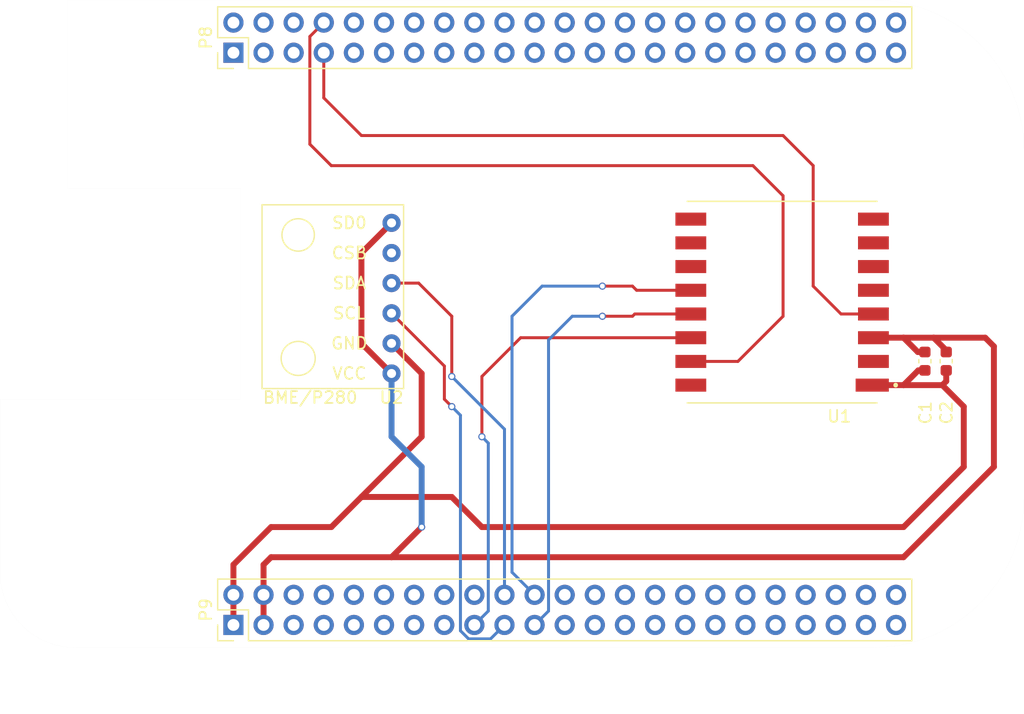
<source format=kicad_pcb>
(kicad_pcb (version 20221018) (generator pcbnew)
  (layers (0 "F.Cu" signal) (31 "B.Cu" signal) (34 "B.Paste" user) (35 "F.Paste" user) (36 "B.SilkS" user "B.Silkscreen") (37 "F.SilkS" user "F.Silkscreen") (38 "B.Mask" user) (39 "F.Mask" user) (44 "Edge.Cuts" user))
  (net 0 "")
  (net 1 "/SPI1.D0")
  (net 2 "/MMC1.DAT6")
  (net 3 "/MMC1.DAT7")
  (net 4 "/MMC1.DAT2")
  (net 5 "/MMC1.DAT3")
  (net 6 "/GPIO66")
  (net 7 "/GPIO67")
  (net 8 "/GPIO69")
  (net 9 "/GPIO68")
  (net 10 "/GPIO45")
  (net 11 "/GPIO44")
  (net 12 "/GPIO23")
  (net 13 "/GPIO26")
  (net 14 "/GPIO47")
  (net 15 "/GPIO46")
  (net 16 "/GPIO27")
  (net 17 "/LCD.AC_BIAS_E")
  (net 18 "/LCD.HSYNC")
  (net 19 "/GPIO65")
  (net 20 "/LCD.VSYNC")
  (net 21 "/LCD.PCLK")
  (net 22 "/GPIO22")
  (net 23 "/MMC1.DAT5")
  (net 24 "/MMC1.DAT4")
  (net 25 "/MMC1.DAT1")
  (net 26 "/MMC1.CLK")
  (net 27 "/MMC1.CMD")
  (net 28 "/MMC1.DAT0")
  (net 29 "/GPIO61")
  (net 30 "/LCD.DATA14")
  (net 31 "/LCD.DATA15")
  (net 32 "/LCD.DATA13")
  (net 33 "/LCD.DATA11")
  (net 34 "/LCD.DATA8")
  (net 35 "/LCD.DATA10")
  (net 36 "/LCD.DATA6")
  (net 37 "/LCD.DATA9")
  (net 38 "/LCD.DATA4")
  (net 39 "/LCD.DATA7")
  (net 40 "/LCD.DATA2")
  (net 41 "/LCD.DATA5")
  (net 42 "/LCD.DATA0")
  (net 43 "/LCD.DATA3")
  (net 44 "/LCD.DATA1")
  (net 45 "/GPIO30")
  (net 46 "/GPIO60")
  (net 47 "/GPIO31")
  (net 48 "/I2C2.SDA")
  (net 49 "/I2C2.SCL")
  (net 50 "GNDD")
  (net 51 "+3V3")
  (net 52 "+5V")
  (net 53 "/GPIO40")
  (net 54 "/GPIO48")
  (net 55 "/AIN1")
  (net 56 "/AIN0")
  (net 57 "/AIN3")
  (net 58 "/AIN2")
  (net 59 "/AIN5")
  (net 60 "/AIN6")
  (net 61 "GNDA")
  (net 62 "/AIN4")
  (net 63 "+1V8")
  (net 64 "/GPIO51")
  (net 65 "/GPIO4")
  (net 66 "/GPIO5")
  (net 67 "/GPIO3")
  (net 68 "/GPIO2")
  (net 69 "/GPIO49")
  (net 70 "/GPIO15")
  (net 71 "/GPIO117")
  (net 72 "/GPIO14")
  (net 73 "/GPIO125")
  (net 74 "/GPIO122")
  (net 75 "/GPIO20")
  (net 76 "/GPIO7")
  (net 77 "/~{SYS_RESET}")
  (net 78 "/PWR_BUT")
  (net 79 "VBUS")
  (net 80 "/SPI1.SCLK")
  (net 81 "/SPI1.CS0")
  (footprint "Connector_PinHeader_2.54mm:PinHeader_2x23_P2.54mm_Vertical" (layer "F.Cu") (at 119.685 49.835 90)
    (fp_text reference "P8" (at 1.27 -2.33 270) (layer "F.SilkS"))
    (fp_text value "BeagleBone_Black_Header" hide)
    (fp_line (start -1.33 -1.33) (end 0 -1.33) (stroke (width 0.12)) (layer "F.SilkS"))
    (fp_line (start -1.33 0) (end -1.33 -1.33) (stroke (width 0.12)) (layer "F.SilkS"))
    (fp_line (start -1.33 1.27) (end -1.33 57.21) (stroke (width 0.12)) (layer "F.SilkS"))
    (fp_line (start -1.33 1.27) (end 1.27 1.27) (stroke (width 0.12)) (layer "F.SilkS"))
    (fp_line (start -1.33 57.21) (end 3.87 57.21) (stroke (width 0.12)) (layer "F.SilkS"))
    (fp_line (start 1.27 -1.33) (end 3.87 -1.33) (stroke (width 0.12)) (layer "F.SilkS"))
    (fp_line (start 1.27 1.27) (end 1.27 -1.33) (stroke (width 0.12)) (layer "F.SilkS"))
    (fp_line (start 3.87 -1.33) (end 3.87 57.21) (stroke (width 0.12)) (layer "F.SilkS"))
    (pad "1" thru_hole rect locked (at 0 0 90) (size 1.7 1.7) (drill 1) (layers "*.Cu" "*.Mask") (net 50 "GNDD"))
    (pad "2" thru_hole oval locked (at 2.54 0 90) (size 1.7 1.7) (drill 1) (layers "*.Cu" "*.Mask") (net 50 "GNDD"))
    (pad "3" thru_hole oval locked (at 0 2.54 90) (size 1.7 1.7) (drill 1) (layers "*.Cu" "*.Mask") (net 2 "/MMC1.DAT6"))
    (pad "4" thru_hole oval locked (at 2.54 2.54 90) (size 1.7 1.7) (drill 1) (layers "*.Cu" "*.Mask") (net 3 "/MMC1.DAT7"))
    (pad "5" thru_hole oval locked (at 0 5.08 90) (size 1.7 1.7) (drill 1) (layers "*.Cu" "*.Mask") (net 4 "/MMC1.DAT2"))
    (pad "6" thru_hole oval locked (at 2.54 5.08 90) (size 1.7 1.7) (drill 1) (layers "*.Cu" "*.Mask") (net 5 "/MMC1.DAT3"))
    (pad "7" thru_hole oval locked (at 0 7.62 90) (size 1.7 1.7) (drill 1) (layers "*.Cu" "*.Mask") (net 6 "/GPIO66"))
    (pad "8" thru_hole oval locked (at 2.54 7.62 90) (size 1.7 1.7) (drill 1) (layers "*.Cu" "*.Mask") (net 7 "/GPIO67"))
    (pad "9" thru_hole oval locked (at 0 10.16 90) (size 1.7 1.7) (drill 1) (layers "*.Cu" "*.Mask") (net 8 "/GPIO69"))
    (pad "10" thru_hole oval locked (at 2.54 10.16 90) (size 1.7 1.7) (drill 1) (layers "*.Cu" "*.Mask") (net 9 "/GPIO68"))
    (pad "11" thru_hole oval locked (at 0 12.7 90) (size 1.7 1.7) (drill 1) (layers "*.Cu" "*.Mask") (net 10 "/GPIO45"))
    (pad "12" thru_hole oval locked (at 2.54 12.7 90) (size 1.7 1.7) (drill 1) (layers "*.Cu" "*.Mask") (net 11 "/GPIO44"))
    (pad "13" thru_hole oval locked (at 0 15.24 90) (size 1.7 1.7) (drill 1) (layers "*.Cu" "*.Mask") (net 12 "/GPIO23"))
    (pad "14" thru_hole oval locked (at 2.54 15.24 90) (size 1.7 1.7) (drill 1) (layers "*.Cu" "*.Mask") (net 13 "/GPIO26"))
    (pad "15" thru_hole oval locked (at 0 17.78 90) (size 1.7 1.7) (drill 1) (layers "*.Cu" "*.Mask") (net 14 "/GPIO47"))
    (pad "16" thru_hole oval locked (at 2.54 17.78 90) (size 1.7 1.7) (drill 1) (layers "*.Cu" "*.Mask") (net 15 "/GPIO46"))
    (pad "17" thru_hole oval locked (at 0 20.32 90) (size 1.7 1.7) (drill 1) (layers "*.Cu" "*.Mask") (net 16 "/GPIO27"))
    (pad "18" thru_hole oval locked (at 2.54 20.32 90) (size 1.7 1.7) (drill 1) (layers "*.Cu" "*.Mask") (net 19 "/GPIO65"))
    (pad "19" thru_hole oval locked (at 0 22.86 90) (size 1.7 1.7) (drill 1) (layers "*.Cu" "*.Mask") (net 22 "/GPIO22"))
    (pad "20" thru_hole oval locked (at 2.54 22.86 90) (size 1.7 1.7) (drill 1) (layers "*.Cu" "*.Mask") (net 27 "/MMC1.CMD"))
    (pad "21" thru_hole oval locked (at 0 25.4 90) (size 1.7 1.7) (drill 1) (layers "*.Cu" "*.Mask") (net 26 "/MMC1.CLK"))
    (pad "22" thru_hole oval locked (at 2.54 25.4 90) (size 1.7 1.7) (drill 1) (layers "*.Cu" "*.Mask") (net 23 "/MMC1.DAT5"))
    (pad "23" thru_hole oval locked (at 0 27.94 90) (size 1.7 1.7) (drill 1) (layers "*.Cu" "*.Mask") (net 24 "/MMC1.DAT4"))
    (pad "24" thru_hole oval locked (at 2.54 27.94 90) (size 1.7 1.7) (drill 1) (layers "*.Cu" "*.Mask") (net 25 "/MMC1.DAT1"))
    (pad "25" thru_hole oval locked (at 0 30.48 90) (size 1.7 1.7) (drill 1) (layers "*.Cu" "*.Mask") (net 28 "/MMC1.DAT0"))
    (pad "26" thru_hole oval locked (at 2.54 30.48 90) (size 1.7 1.7) (drill 1) (layers "*.Cu" "*.Mask") (net 21 "/LCD.PCLK"))
    (pad "27" thru_hole oval locked (at 0 33.02 90) (size 1.7 1.7) (drill 1) (layers "*.Cu" "*.Mask") (net 20 "/LCD.VSYNC"))
    (pad "28" thru_hole oval locked (at 2.54 33.02 90) (size 1.7 1.7) (drill 1) (layers "*.Cu" "*.Mask") (net 29 "/GPIO61"))
    (pad "29" thru_hole oval locked (at 0 35.56 90) (size 1.7 1.7) (drill 1) (layers "*.Cu" "*.Mask") (net 18 "/LCD.HSYNC"))
    (pad "30" thru_hole oval locked (at 2.54 35.56 90) (size 1.7 1.7) (drill 1) (layers "*.Cu" "*.Mask") (net 17 "/LCD.AC_BIAS_E"))
    (pad "31" thru_hole oval locked (at 0 38.1 90) (size 1.7 1.7) (drill 1) (layers "*.Cu" "*.Mask") (net 30 "/LCD.DATA14"))
    (pad "32" thru_hole oval locked (at 2.54 38.1 90) (size 1.7 1.7) (drill 1) (layers "*.Cu" "*.Mask") (net 31 "/LCD.DATA15"))
    (pad "33" thru_hole oval locked (at 0 40.64 90) (size 1.7 1.7) (drill 1) (layers "*.Cu" "*.Mask") (net 32 "/LCD.DATA13"))
    (pad "34" thru_hole oval locked (at 2.54 40.64 90) (size 1.7 1.7) (drill 1) (layers "*.Cu" "*.Mask") (net 33 "/LCD.DATA11"))
    (pad "35" thru_hole oval locked (at 0 43.18 90) (size 1.7 1.7) (drill 1) (layers "*.Cu" "*.Mask") (net 34 "/LCD.DATA8"))
    (pad "36" thru_hole oval locked (at 2.54 43.18 90) (size 1.7 1.7) (drill 1) (layers "*.Cu" "*.Mask") (net 35 "/LCD.DATA10"))
    (pad "37" thru_hole oval locked (at 0 45.72 90) (size 1.7 1.7) (drill 1) (layers "*.Cu" "*.Mask") (net 36 "/LCD.DATA6"))
    (pad "38" thru_hole oval locked (at 2.54 45.72 90) (size 1.7 1.7) (drill 1) (layers "*.Cu" "*.Mask") (net 37 "/LCD.DATA9"))
    (pad "39" thru_hole oval locked (at 0 48.26 90) (size 1.7 1.7) (drill 1) (layers "*.Cu" "*.Mask") (net 38 "/LCD.DATA4"))
    (pad "40" thru_hole oval locked (at 2.54 48.26 90) (size 1.7 1.7) (drill 1) (layers "*.Cu" "*.Mask") (net 39 "/LCD.DATA7"))
    (pad "41" thru_hole oval locked (at 0 50.8 90) (size 1.7 1.7) (drill 1) (layers "*.Cu" "*.Mask") (net 40 "/LCD.DATA2"))
    (pad "42" thru_hole oval locked (at 2.54 50.8 90) (size 1.7 1.7) (drill 1) (layers "*.Cu" "*.Mask") (net 41 "/LCD.DATA5"))
    (pad "43" thru_hole oval locked (at 0 53.34 90) (size 1.7 1.7) (drill 1) (layers "*.Cu" "*.Mask") (net 42 "/LCD.DATA0"))
    (pad "44" thru_hole oval locked (at 2.54 53.34 90) (size 1.7 1.7) (drill 1) (layers "*.Cu" "*.Mask") (net 43 "/LCD.DATA3"))
    (pad "45" thru_hole oval locked (at 0 55.88 90) (size 1.7 1.7) (drill 1) (layers "*.Cu" "*.Mask") (net 50 "GNDD"))
    (pad "46" thru_hole oval locked (at 2.54 55.88 90) (size 1.7 1.7) (drill 1) (layers "*.Cu" "*.Mask") (net 44 "/LCD.DATA1"))
  )
  (footprint "Connector_PinHeader_2.54mm:PinHeader_2x23_P2.54mm_Vertical" (layer "F.Cu") (at 119.685 98.095 90)
    (fp_text reference "P9" (at 1.27 -2.33 270) (layer "F.SilkS"))
    (fp_text value "BeagleBone_Black_Header" hide)
    (fp_line (start -1.33 -1.33) (end 0 -1.33) (stroke (width 0.12)) (layer "F.SilkS"))
    (fp_line (start -1.33 0) (end -1.33 -1.33) (stroke (width 0.12)) (layer "F.SilkS"))
    (fp_line (start -1.33 1.27) (end -1.33 57.21) (stroke (width 0.12)) (layer "F.SilkS"))
    (fp_line (start -1.33 1.27) (end 1.27 1.27) (stroke (width 0.12)) (layer "F.SilkS"))
    (fp_line (start -1.33 57.21) (end 3.87 57.21) (stroke (width 0.12)) (layer "F.SilkS"))
    (fp_line (start 1.27 -1.33) (end 3.87 -1.33) (stroke (width 0.12)) (layer "F.SilkS"))
    (fp_line (start 1.27 1.27) (end 1.27 -1.33) (stroke (width 0.12)) (layer "F.SilkS"))
    (fp_line (start 3.87 -1.33) (end 3.87 57.21) (stroke (width 0.12)) (layer "F.SilkS"))
    (pad "1" thru_hole rect locked (at 0 0 90) (size 1.7 1.7) (drill 1) (layers "*.Cu" "*.Mask") (net 50 "GNDD"))
    (pad "2" thru_hole oval locked (at 2.54 0 90) (size 1.7 1.7) (drill 1) (layers "*.Cu" "*.Mask") (net 50 "GNDD"))
    (pad "3" thru_hole oval locked (at 0 2.54 90) (size 1.7 1.7) (drill 1) (layers "*.Cu" "*.Mask") (net 51 "+3V3"))
    (pad "4" thru_hole oval locked (at 2.54 2.54 90) (size 1.7 1.7) (drill 1) (layers "*.Cu" "*.Mask") (net 51 "+3V3"))
    (pad "5" thru_hole oval locked (at 0 5.08 90) (size 1.7 1.7) (drill 1) (layers "*.Cu" "*.Mask") (net 52 "+5V"))
    (pad "6" thru_hole oval locked (at 2.54 5.08 90) (size 1.7 1.7) (drill 1) (layers "*.Cu" "*.Mask") (net 52 "+5V"))
    (pad "7" thru_hole oval locked (at 0 7.62 90) (size 1.7 1.7) (drill 1) (layers "*.Cu" "*.Mask") (net 79 "VBUS"))
    (pad "8" thru_hole oval locked (at 2.54 7.62 90) (size 1.7 1.7) (drill 1) (layers "*.Cu" "*.Mask") (net 79 "VBUS"))
    (pad "9" thru_hole oval locked (at 0 10.16 90) (size 1.7 1.7) (drill 1) (layers "*.Cu" "*.Mask") (net 78 "/PWR_BUT"))
    (pad "10" thru_hole oval locked (at 2.54 10.16 90) (size 1.7 1.7) (drill 1) (layers "*.Cu" "*.Mask") (net 77 "/~{SYS_RESET}"))
    (pad "11" thru_hole oval locked (at 0 12.7 90) (size 1.7 1.7) (drill 1) (layers "*.Cu" "*.Mask") (net 45 "/GPIO30"))
    (pad "12" thru_hole oval locked (at 2.54 12.7 90) (size 1.7 1.7) (drill 1) (layers "*.Cu" "*.Mask") (net 46 "/GPIO60"))
    (pad "13" thru_hole oval locked (at 0 15.24 90) (size 1.7 1.7) (drill 1) (layers "*.Cu" "*.Mask") (net 47 "/GPIO31"))
    (pad "14" thru_hole oval locked (at 2.54 15.24 90) (size 1.7 1.7) (drill 1) (layers "*.Cu" "*.Mask") (net 53 "/GPIO40"))
    (pad "15" thru_hole oval locked (at 0 17.78 90) (size 1.7 1.7) (drill 1) (layers "*.Cu" "*.Mask") (net 54 "/GPIO48"))
    (pad "16" thru_hole oval locked (at 2.54 17.78 90) (size 1.7 1.7) (drill 1) (layers "*.Cu" "*.Mask") (net 64 "/GPIO51"))
    (pad "17" thru_hole oval locked (at 0 20.32 90) (size 1.7 1.7) (drill 1) (layers "*.Cu" "*.Mask") (net 65 "/GPIO4"))
    (pad "18" thru_hole oval locked (at 2.54 20.32 90) (size 1.7 1.7) (drill 1) (layers "*.Cu" "*.Mask") (net 66 "/GPIO5"))
    (pad "19" thru_hole oval locked (at 0 22.86 90) (size 1.7 1.7) (drill 1) (layers "*.Cu" "*.Mask") (net 49 "/I2C2.SCL"))
    (pad "20" thru_hole oval locked (at 2.54 22.86 90) (size 1.7 1.7) (drill 1) (layers "*.Cu" "*.Mask") (net 48 "/I2C2.SDA"))
    (pad "21" thru_hole oval locked (at 0 25.4 90) (size 1.7 1.7) (drill 1) (layers "*.Cu" "*.Mask") (net 67 "/GPIO3"))
    (pad "22" thru_hole oval locked (at 2.54 25.4 90) (size 1.7 1.7) (drill 1) (layers "*.Cu" "*.Mask") (net 68 "/GPIO2"))
    (pad "23" thru_hole oval locked (at 0 27.94 90) (size 1.7 1.7) (drill 1) (layers "*.Cu" "*.Mask") (net 69 "/GPIO49"))
    (pad "24" thru_hole oval locked (at 2.54 27.94 90) (size 1.7 1.7) (drill 1) (layers "*.Cu" "*.Mask") (net 70 "/GPIO15"))
    (pad "25" thru_hole oval locked (at 0 30.48 90) (size 1.7 1.7) (drill 1) (layers "*.Cu" "*.Mask") (net 71 "/GPIO117"))
    (pad "26" thru_hole oval locked (at 2.54 30.48 90) (size 1.7 1.7) (drill 1) (layers "*.Cu" "*.Mask") (net 72 "/GPIO14"))
    (pad "27" thru_hole oval locked (at 0 33.02 90) (size 1.7 1.7) (drill 1) (layers "*.Cu" "*.Mask") (net 73 "/GPIO125"))
    (pad "28" thru_hole oval locked (at 2.54 33.02 90) (size 1.7 1.7) (drill 1) (layers "*.Cu" "*.Mask") (net 81 "/SPI1.CS0"))
    (pad "29" thru_hole oval locked (at 0 35.56 90) (size 1.7 1.7) (drill 1) (layers "*.Cu" "*.Mask") (net 1 "/SPI1.D0"))
    (pad "30" thru_hole oval locked (at 2.54 35.56 90) (size 1.7 1.7) (drill 1) (layers "*.Cu" "*.Mask") (net 74 "/GPIO122"))
    (pad "31" thru_hole oval locked (at 0 38.1 90) (size 1.7 1.7) (drill 1) (layers "*.Cu" "*.Mask") (net 80 "/SPI1.SCLK"))
    (pad "32" thru_hole oval locked (at 2.54 38.1 90) (size 1.7 1.7) (drill 1) (layers "*.Cu" "*.Mask") (net 63 "+1V8"))
    (pad "33" thru_hole oval locked (at 0 40.64 90) (size 1.7 1.7) (drill 1) (layers "*.Cu" "*.Mask") (net 62 "/AIN4"))
    (pad "34" thru_hole oval locked (at 2.54 40.64 90) (size 1.7 1.7) (drill 1) (layers "*.Cu" "*.Mask") (net 61 "GNDA"))
    (pad "35" thru_hole oval locked (at 0 43.18 90) (size 1.7 1.7) (drill 1) (layers "*.Cu" "*.Mask") (net 60 "/AIN6"))
    (pad "36" thru_hole oval locked (at 2.54 43.18 90) (size 1.7 1.7) (drill 1) (layers "*.Cu" "*.Mask") (net 59 "/AIN5"))
    (pad "37" thru_hole oval locked (at 0 45.72 90) (size 1.7 1.7) (drill 1) (layers "*.Cu" "*.Mask") (net 58 "/AIN2"))
    (pad "38" thru_hole oval locked (at 2.54 45.72 90) (size 1.7 1.7) (drill 1) (layers "*.Cu" "*.Mask") (net 57 "/AIN3"))
    (pad "39" thru_hole oval locked (at 0 48.26 90) (size 1.7 1.7) (drill 1) (layers "*.Cu" "*.Mask") (net 56 "/AIN0"))
    (pad "40" thru_hole oval locked (at 2.54 48.26 90) (size 1.7 1.7) (drill 1) (layers "*.Cu" "*.Mask") (net 55 "/AIN1"))
    (pad "41" thru_hole oval locked (at 0 50.8 90) (size 1.7 1.7) (drill 1) (layers "*.Cu" "*.Mask") (net 75 "/GPIO20"))
    (pad "42" thru_hole oval locked (at 2.54 50.8 90) (size 1.7 1.7) (drill 1) (layers "*.Cu" "*.Mask") (net 76 "/GPIO7"))
    (pad "43" thru_hole oval locked (at 0 53.34 90) (size 1.7 1.7) (drill 1) (layers "*.Cu" "*.Mask") (net 50 "GNDD"))
    (pad "44" thru_hole oval locked (at 2.54 53.34 90) (size 1.7 1.7) (drill 1) (layers "*.Cu" "*.Mask") (net 50 "GNDD"))
    (pad "45" thru_hole oval locked (at 0 55.88 90) (size 1.7 1.7) (drill 1) (layers "*.Cu" "*.Mask") (net 50 "GNDD"))
    (pad "46" thru_hole oval locked (at 2.54 55.88 90) (size 1.7 1.7) (drill 1) (layers "*.Cu" "*.Mask") (net 50 "GNDD"))
  )
  (footprint "Capacitor_SMD:C_0603_1608Metric" (layer "F.Cu") (at 178 75.85 -90)
    (fp_text reference "C1" (at 4.35 -0.045 90) (layer "F.SilkS"))
    (fp_text value "22uF" hide)
    (fp_line (start -0.14058 -0.51) (end 0.14058 -0.51) (stroke (width 0.12)) (layer "F.SilkS"))
    (fp_line (start -0.14058 0.51) (end 0.14058 0.51) (stroke (width 0.12)) (layer "F.SilkS"))
    (pad "1" smd roundrect (at -0.775 0 270) (size 0.9 0.95) (layers "F.Cu" "F.Paste" "F.Mask") (net 51 "+3V3"))
    (pad "2" smd roundrect (at 0.775 0 270) (size 0.9 0.95) (layers "F.Cu" "F.Paste" "F.Mask") (net 50 "GNDD"))
  )
  (footprint "MountingHole:MountingHole_3.2mm_M3_DIN965" (layer "F.Cu") (at 180.645 51.74)
    (fp_text reference "MH3" hide)
    (fp_text value "MountingHole_3.2mm_M3_DIN965" hide)
    (pad "" np_thru_hole circle locked (at 0 0) (size 3.2 3.2) (drill 3.2) (layers "*.Cu" "*.Mask"))
  )
  (footprint "RA-02_LORA:MODULE_RA-02_LORA" (layer "F.Cu") (at 165.96 70.87 180)
    (fp_text reference "U1" (at -4.825 -9.635) (layer "F.SilkS"))
    (fp_text value "RA-02_LORA")
    (fp_line (start -8 -8.5) (end 8 -8.5) (stroke (width 0.127)) (layer "F.SilkS"))
    (fp_line (start -8 8.5) (end 8 8.5) (stroke (width 0.127)) (layer "F.SilkS"))
    (fp_circle (center -9.576 -7) (end -9.476 -7) (stroke (width 0.2)) (fill none) (layer "F.SilkS"))
    (pad "1" smd rect (at -7.6 -7 180) (size 2.8 1.1) (layers "F.Cu" "F.Paste" "F.Mask") (net 50 "GNDD"))
    (pad "2" smd rect (at -7.7 -5 180) (size 2.6 1.1) (layers "F.Cu" "F.Paste" "F.Mask") (net 50 "GNDD"))
    (pad "3" smd rect (at -7.7 -3 180) (size 2.6 1.1) (layers "F.Cu" "F.Paste" "F.Mask") (net 51 "+3V3"))
    (pad "4" smd rect (at -7.7 -1 180) (size 2.6 1.1) (layers "F.Cu" "F.Paste" "F.Mask") (net 6 "/GPIO66"))
    (pad "5" smd rect (at -7.7 1 180) (size 2.6 1.1) (layers "F.Cu" "F.Paste" "F.Mask"))
    (pad "6" smd rect (at -7.7 3 180) (size 2.6 1.1) (layers "F.Cu" "F.Paste" "F.Mask"))
    (pad "7" smd rect (at -7.7 5 180) (size 2.6 1.1) (layers "F.Cu" "F.Paste" "F.Mask"))
    (pad "8" smd rect (at -7.7 7 180) (size 2.6 1.1) (layers "F.Cu" "F.Paste" "F.Mask"))
    (pad "9" smd rect (at 7.7 7) (size 2.6 1.1) (layers "F.Cu" "F.Paste" "F.Mask") (net 50 "GNDD"))
    (pad "10" smd rect (at 7.7 5) (size 2.6 1.1) (layers "F.Cu" "F.Paste" "F.Mask"))
    (pad "11" smd rect (at 7.7 3) (size 2.6 1.1) (layers "F.Cu" "F.Paste" "F.Mask"))
    (pad "12" smd rect (at 7.7 1) (size 2.6 1.1) (layers "F.Cu" "F.Paste" "F.Mask") (net 68 "/GPIO2"))
    (pad "13" smd rect (at 7.7 -1) (size 2.6 1.1) (layers "F.Cu" "F.Paste" "F.Mask") (net 67 "/GPIO3"))
    (pad "14" smd rect (at 7.7 -3) (size 2.6 1.1) (layers "F.Cu" "F.Paste" "F.Mask") (net 65 "/GPIO4"))
    (pad "15" smd rect (at 7.7 -5) (size 2.6 1.1) (layers "F.Cu" "F.Paste" "F.Mask") (net 7 "/GPIO67"))
    (pad "16" smd rect (at 7.7 -7) (size 2.6 1.1) (layers "F.Cu" "F.Paste" "F.Mask") (net 50 "GNDD"))
  )
  (footprint "Capacitor_SMD:C_0603_1608Metric" (layer "F.Cu") (at 179.8 75.85 -90)
    (fp_text reference "C2" (at 4.35 -0.015 90) (layer "F.SilkS"))
    (fp_text value "0.1uF" hide)
    (fp_line (start -0.14058 -0.51) (end 0.14058 -0.51) (stroke (width 0.12)) (layer "F.SilkS"))
    (fp_line (start -0.14058 0.51) (end 0.14058 0.51) (stroke (width 0.12)) (layer "F.SilkS"))
    (pad "1" smd roundrect (at -0.775 0 270) (size 0.9 0.95) (layers "F.Cu" "F.Paste" "F.Mask") (net 51 "+3V3"))
    (pad "2" smd roundrect (at 0.775 0 270) (size 0.9 0.95) (layers "F.Cu" "F.Paste" "F.Mask") (net 50 "GNDD"))
  )
  (footprint "usini_sensors:module_bme280" (layer "F.Cu") (at 127.94 64.44 180)
    (fp_text reference "U2" (at -5.08 -14.478) (layer "F.SilkS"))
    (fp_text value "module_bme280")
    (fp_text user "GND" (at -1.524 -9.906) (layer "F.SilkS"))
    (fp_text user "SDA" (at -1.524 -4.826) (layer "F.SilkS"))
    (fp_text user "SD0" (at -1.524 0.254) (layer "F.SilkS"))
    (fp_text user "BME/P280" (at 1.778 -14.478) (layer "F.SilkS"))
    (fp_text user "SCL" (at -1.524 -7.366) (layer "F.SilkS"))
    (fp_text user "VCC" (at -1.524 -12.446) (layer "F.SilkS"))
    (fp_text user "CSB" (at -1.524 -2.286) (layer "F.SilkS"))
    (fp_line (start -6.096 -13.716) (end -6.096 1.778) (stroke (width 0.12)) (layer "F.SilkS"))
    (fp_line (start -6.096 1.778) (end 5.842 1.778) (stroke (width 0.12)) (layer "F.SilkS"))
    (fp_line (start 5.842 -13.716) (end -6.096 -13.716) (stroke (width 0.12)) (layer "F.SilkS"))
    (fp_line (start 5.842 1.778) (end 5.842 -13.716) (stroke (width 0.12)) (layer "F.SilkS"))
    (fp_circle (center 2.794 -11.176) (end 3.81 -10.16) (stroke (width 0.12)) (fill none) (layer "F.SilkS"))
    (fp_circle (center 2.794 -0.762) (end 3.302 0.508) (stroke (width 0.12)) (fill none) (layer "F.SilkS"))
    (pad "1" thru_hole circle (at -5.08 -12.446 180) (size 1.524 1.524) (drill 0.762) (layers "*.Cu" "*.Mask") (net 51 "+3V3"))
    (pad "2" thru_hole circle (at -5.08 -9.906 180) (size 1.524 1.524) (drill 0.762) (layers "*.Cu" "*.Mask") (net 50 "GNDD"))
    (pad "3" thru_hole circle (at -5.08 -7.366 180) (size 1.524 1.524) (drill 0.762) (layers "*.Cu" "*.Mask") (net 49 "/I2C2.SCL"))
    (pad "4" thru_hole circle (at -5.08 -4.826 180) (size 1.524 1.524) (drill 0.762) (layers "*.Cu" "*.Mask") (net 48 "/I2C2.SDA"))
    (pad "5" thru_hole circle (at -5.08 -2.286 180) (size 1.524 1.524) (drill 0.762) (layers "*.Cu" "*.Mask"))
    (pad "6" thru_hole circle (at -5.08 0.254 180) (size 1.524 1.524) (drill 0.762) (layers "*.Cu" "*.Mask") (net 51 "+3V3"))
  )
  (footprint "MountingHole:MountingHole_3.2mm_M3_DIN965" (layer "F.Cu") (at 180.645 93.65)
    (fp_text reference "MH4" hide)
    (fp_text value "MountingHole_3.2mm_M3_DIN965" hide)
    (pad "" np_thru_hole circle locked (at 0 0) (size 3.2 3.2) (drill 3.2) (layers "*.Cu" "*.Mask"))
  )
  (footprint "MountingHole:MountingHole_3.2mm_M3_DIN965" (layer "F.Cu") (at 114.605 48.565)
    (fp_text reference "MH1" hide)
    (fp_text value "MountingHole_3.2mm_M3_DIN965" hide)
    (pad "" np_thru_hole circle locked (at 0 0) (size 3.2 3.2) (drill 3.2) (layers "*.Cu" "*.Mask"))
  )
  (footprint "MountingHole:MountingHole_3.2mm_M3_DIN965" (layer "F.Cu") (at 114.605 96.825)
    (fp_text reference "MH2" hide)
    (fp_text value "MountingHole_3.2mm_M3_DIN965" hide)
    (pad "" np_thru_hole circle locked (at 0 0) (size 3.2 3.2) (drill 3.2) (layers "*.Cu" "*.Mask"))
  )
  (gr_arc locked (start 106.35 100) (mid 101.859872 98.140128) (end 100 93.65) (stroke (width 0.00254)) (layer "Edge.Cuts"))
  (gr_line locked (start 186.36 87.3) (end 186.36 58.09) (stroke (width 0.00254)) (layer "Edge.Cuts"))
  (gr_line locked (start 106.35 100) (end 173.66 100) (stroke (width 0.00254)) (layer "Edge.Cuts"))
  (gr_line locked (start 120.32 79.045) (end 100 79.045) (stroke (width 0.00254)) (layer "Edge.Cuts"))
  (gr_line locked (start 105.715 45.39) (end 105.715 61.265) (stroke (width 0.00254)) (layer "Edge.Cuts"))
  (gr_line locked (start 100 79.045) (end 100 93.65) (stroke (width 0.00254)) (layer "Edge.Cuts"))
  (gr_line locked (start 173.66 45.39) (end 105.715 45.39) (stroke (width 0.00254)) (layer "Edge.Cuts"))
  (gr_arc locked (start 186.36 87.3) (mid 182.640256 96.280256) (end 173.66 100) (stroke (width 0.00254)) (layer "Edge.Cuts"))
  (gr_arc locked (start 173.66 45.39) (mid 182.640256 49.109744) (end 186.36 58.09) (stroke (width 0.00254)) (layer "Edge.Cuts"))
  (gr_line locked (start 120.32 61.265) (end 120.32 79.045) (stroke (width 0.00254)) (layer "Edge.Cuts"))
  (gr_line locked (start 105.715 61.265) (end 120.32 61.265) (stroke (width 0.00254)) (layer "Edge.Cuts"))
  (segment (start 130.48 56.82) (end 127.305 53.645) (width 0.25) (layer "F.Cu") (net 6))
  (segment (start 168.58 69.52) (end 168.58 59.36) (width 0.25) (layer "F.Cu") (net 6))
  (segment (start 166.04 56.82) (end 130.48 56.82) (width 0.25) (layer "F.Cu") (net 6))
  (segment (start 168.58 59.36) (end 166.04 56.82) (width 0.25) (layer "F.Cu") (net 6))
  (segment (start 170.93 71.87) (end 168.58 69.52) (width 0.25) (layer "F.Cu") (net 6))
  (segment (start 173.66 71.87) (end 170.93 71.87) (width 0.25) (layer "F.Cu") (net 6))
  (segment (start 127.305 53.645) (end 127.305 49.835) (width 0.25) (layer "F.Cu") (net 6))
  (segment (start 126.13 57.55) (end 126.13 48.47) (width 0.25) (layer "F.Cu") (net 7))
  (segment (start 166.04 72.06) (end 166.04 61.9) (width 0.25) (layer "F.Cu") (net 7))
  (segment (start 127.94 59.36) (end 126.13 57.55) (width 0.25) (layer "F.Cu") (net 7))
  (segment (start 126.13 48.47) (end 127.305 47.295) (width 0.25) (layer "F.Cu") (net 7))
  (segment (start 158.26 75.87) (end 162.23 75.87) (width 0.25) (layer "F.Cu") (net 7))
  (segment (start 163.5 59.36) (end 127.94 59.36) (width 0.25) (layer "F.Cu") (net 7))
  (segment (start 166.04 61.9) (end 163.5 59.36) (width 0.25) (layer "F.Cu") (net 7))
  (segment (start 162.23 75.87) (end 166.04 72.06) (width 0.25) (layer "F.Cu") (net 7))
  (segment (start 138.1 72.06) (end 138.1 77.14) (width 0.25) (layer "F.Cu") (net 48))
  (segment (start 135.306 69.266) (end 138.1 72.06) (width 0.25) (layer "F.Cu") (net 48))
  (segment (start 133.02 69.266) (end 135.306 69.266) (width 0.25) (layer "F.Cu") (net 48))
  (via (at 138.1 77.14) (size 0.6) (drill 0.4) (layers "F.Cu" "B.Cu") (net 48))
  (segment (start 138.1 77.14) (end 142.545 81.585) (width 0.25) (layer "B.Cu") (net 48))
  (segment (start 142.545 81.585) (end 142.545 95.555) (width 0.25) (layer "B.Cu") (net 48))
  (segment (start 137.475 76.261) (end 137.475 79.055) (width 0.25) (layer "F.Cu") (net 49))
  (segment (start 133.02 71.806) (end 137.475 76.261) (width 0.25) (layer "F.Cu") (net 49))
  (segment (start 137.475 79.055) (end 138.1 79.68) (width 0.25) (layer "F.Cu") (net 49))
  (via (at 138.1 79.68) (size 0.6) (drill 0.4) (layers "F.Cu" "B.Cu") (net 49))
  (segment (start 138.1 79.68) (end 138.83 80.41) (width 0.25) (layer "B.Cu") (net 49))
  (segment (start 138.83 98.581701) (end 139.518299 99.27) (width 0.25) (layer "B.Cu") (net 49))
  (segment (start 138.83 80.41) (end 138.83 98.581701) (width 0.25) (layer "B.Cu") (net 49))
  (segment (start 141.37 99.27) (end 142.545 98.095) (width 0.25) (layer "B.Cu") (net 49))
  (segment (start 139.518299 99.27) (end 141.37 99.27) (width 0.25) (layer "B.Cu") (net 49))
  (segment (start 130.48 87.3) (end 127.94 89.84) (width 0.5) (layer "F.Cu") (net 50))
  (segment (start 181.28 79.68) (end 181.28 84.76) (width 0.5) (layer "F.Cu") (net 50))
  (segment (start 140.64 89.84) (end 138.1 87.3) (width 0.5) (layer "F.Cu") (net 50))
  (segment (start 179.47 77.87) (end 176.2 77.87) (width 0.5) (layer "F.Cu") (net 50))
  (segment (start 130.48 87.3) (end 135.56 82.22) (width 0.5) (layer "F.Cu") (net 50))
  (segment (start 176.2 77.87) (end 173.56 77.87) (width 0.5) (layer "F.Cu") (net 50))
  (segment (start 135.56 76.886) (end 133.02 74.346) (width 0.5) (layer "F.Cu") (net 50))
  (segment (start 122.86 89.84) (end 119.685 93.015) (width 0.5) (layer "F.Cu") (net 50))
  (segment (start 135.56 82.22) (end 135.56 76.886) (width 0.5) (layer "F.Cu") (net 50))
  (segment (start 179.8 76.625) (end 179.8 77.54) (width 0.5) (layer "F.Cu") (net 50))
  (segment (start 176.2 89.84) (end 140.64 89.84) (width 0.5) (layer "F.Cu") (net 50))
  (segment (start 181.28 84.76) (end 176.2 89.84) (width 0.5) (layer "F.Cu") (net 50))
  (segment (start 178 76.625) (end 177.445 76.625) (width 0.5) (layer "F.Cu") (net 50))
  (segment (start 179.47 77.87) (end 181.28 79.68) (width 0.5) (layer "F.Cu") (net 50))
  (segment (start 177.445 76.625) (end 176.2 77.87) (width 0.5) (layer "F.Cu") (net 50))
  (segment (start 119.685 93.015) (end 119.685 98.095) (width 0.5) (layer "F.Cu") (net 50))
  (segment (start 138.1 87.3) (end 130.48 87.3) (width 0.5) (layer "F.Cu") (net 50))
  (segment (start 179.8 77.54) (end 179.47 77.87) (width 0.5) (layer "F.Cu") (net 50))
  (segment (start 127.94 89.84) (end 122.86 89.84) (width 0.5) (layer "F.Cu") (net 50))
  (segment (start 130.48 66.726) (end 133.02 64.186) (width 0.5) (layer "F.Cu") (net 51))
  (segment (start 176.2 92.38) (end 133.02 92.38) (width 0.5) (layer "F.Cu") (net 51))
  (segment (start 178.74 73.87) (end 176.2 73.87) (width 0.5) (layer "F.Cu") (net 51))
  (segment (start 183.09 73.87) (end 183.82 74.6) (width 0.5) (layer "F.Cu") (net 51))
  (segment (start 133.02 92.38) (end 135.56 89.84) (width 0.5) (layer "F.Cu") (net 51))
  (segment (start 176.2 73.87) (end 173.66 73.87) (width 0.5) (layer "F.Cu") (net 51))
  (segment (start 133.02 76.886) (end 130.734 74.6) (width 0.5) (layer "F.Cu") (net 51))
  (segment (start 183.09 73.87) (end 178.74 73.87) (width 0.5) (layer "F.Cu") (net 51))
  (segment (start 122.225 93.015) (end 122.225 98.095) (width 0.5) (layer "F.Cu") (net 51))
  (segment (start 179.8 75.075) (end 179.8 74.93) (width 0.5) (layer "F.Cu") (net 51))
  (segment (start 133.02 92.38) (end 122.86 92.38) (width 0.5) (layer "F.Cu") (net 51))
  (segment (start 130.48 74.6) (end 130.48 66.726) (width 0.5) (layer "F.Cu") (net 51))
  (segment (start 179.8 74.93) (end 178.74 73.87) (width 0.5) (layer "F.Cu") (net 51))
  (segment (start 178 75.075) (end 177.405 75.075) (width 0.5) (layer "F.Cu") (net 51))
  (segment (start 183.82 74.6) (end 183.82 84.76) (width 0.5) (layer "F.Cu") (net 51))
  (segment (start 130.734 74.6) (end 130.48 74.6) (width 0.5) (layer "F.Cu") (net 51))
  (segment (start 177.405 75.075) (end 176.2 73.87) (width 0.5) (layer "F.Cu") (net 51))
  (segment (start 122.86 92.38) (end 122.225 93.015) (width 0.5) (layer "F.Cu") (net 51))
  (segment (start 183.82 84.76) (end 176.2 92.38) (width 0.5) (layer "F.Cu") (net 51))
  (via (at 135.56 89.84) (size 0.6) (drill 0.4) (layers "F.Cu" "B.Cu") (net 51))
  (segment (start 135.56 84.76) (end 133.02 82.22) (width 0.5) (layer "B.Cu") (net 51))
  (segment (start 135.56 89.84) (end 135.56 84.76) (width 0.5) (layer "B.Cu") (net 51))
  (segment (start 133.02 82.22) (end 133.02 76.886) (width 0.5) (layer "B.Cu") (net 51))
  (segment (start 140.64 77.14) (end 140.64 82.22) (width 0.25) (layer "F.Cu") (net 65))
  (segment (start 143.91 73.87) (end 140.64 77.14) (width 0.25) (layer "F.Cu") (net 65))
  (segment (start 158.26 73.87) (end 143.91 73.87) (width 0.25) (layer "F.Cu") (net 65))
  (via (at 140.64 82.22) (size 0.6) (drill 0.4) (layers "F.Cu" "B.Cu") (net 65))
  (segment (start 141.18 96.92) (end 140.005 98.095) (width 0.25) (layer "B.Cu") (net 65))
  (segment (start 141.18 82.76) (end 141.18 96.92) (width 0.25) (layer "B.Cu") (net 65))
  (segment (start 140.64 82.22) (end 141.18 82.76) (width 0.25) (layer "B.Cu") (net 65))
  (segment (start 153.53 71.87) (end 153.34 72.06) (width 0.25) (layer "F.Cu") (net 67))
  (segment (start 153.34 72.06) (end 150.8 72.06) (width 0.25) (layer "F.Cu") (net 67))
  (segment (start 158.26 71.87) (end 153.53 71.87) (width 0.25) (layer "F.Cu") (net 67))
  (via (at 150.8 72.06) (size 0.6) (drill 0.4) (layers "F.Cu" "B.Cu") (net 67))
  (segment (start 146.26 96.92) (end 145.085 98.095) (width 0.25) (layer "B.Cu") (net 67))
  (segment (start 146.26 74.06) (end 146.26 96.92) (width 0.25) (layer "B.Cu") (net 67))
  (segment (start 150.8 72.06) (end 148.26 72.06) (width 0.25) (layer "B.Cu") (net 67))
  (segment (start 148.26 72.06) (end 146.26 74.06) (width 0.25) (layer "B.Cu") (net 67))
  (segment (start 158.26 69.87) (end 153.69 69.87) (width 0.25) (layer "F.Cu") (net 68))
  (segment (start 153.34 69.52) (end 150.8 69.52) (width 0.25) (layer "F.Cu") (net 68))
  (segment (start 153.69 69.87) (end 153.34 69.52) (width 0.25) (layer "F.Cu") (net 68))
  (via (at 150.8 69.52) (size 0.6) (drill 0.4) (layers "F.Cu" "B.Cu") (net 68))
  (segment (start 150.8 69.52) (end 145.72 69.52) (width 0.25) (layer "B.Cu") (net 68))
  (segment (start 145.72 69.52) (end 143.18 72.06) (width 0.25) (layer "B.Cu") (net 68))
  (segment (start 143.18 72.06) (end 143.18 93.65) (width 0.25) (layer "B.Cu") (net 68))
  (segment (start 143.18 93.65) (end 145.085 95.555) (width 0.25) (layer "B.Cu") (net 68))
)
</source>
